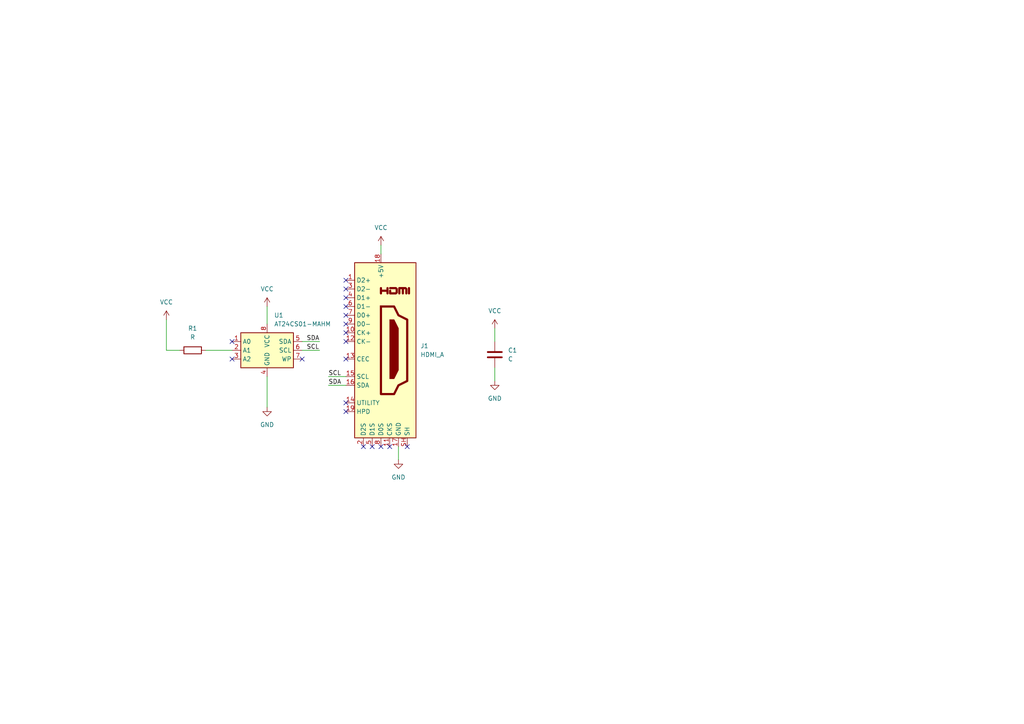
<source format=kicad_sch>
(kicad_sch (version 20211123) (generator eeschema)
  (paper "A4")
  (lib_symbols
    (symbol "Connector:HDMI_A"
      (property "Reference" "J" (at -6.35 26.67 0))
      (property "Value" "HDMI_A" (at 10.16 26.67 0))
      (symbol "HDMI_A_0_0"
        (polyline (pts (xy 8.128 16.51) (xy 8.128 18.034)) (stroke (width 0.635)))
        (polyline (pts (xy 0 16.51) (xy 0 18.034) (xy 0 17.272) (xy 1.905 17.272) (xy 1.905 18.034) (xy 1.905 16.51)) (stroke (width 0.635)))
        (polyline (pts (xy 2.667 18.034) (xy 4.318 18.034) (xy 4.572 17.78) (xy 4.572 16.764) (xy 4.318 16.51) (xy 2.667 16.51) (xy 2.667 17.272)) (stroke (width 0.635)))
      )
      (symbol "HDMI_A_0_1"
        (rectangle (start -7.62 25.4) (end 10.16 -25.4) (stroke (width 0.254)) (fill (type background)))
        (polyline (pts (xy 2.54 8.89) (xy 3.81 8.89) (xy 5.08 6.35) (xy 5.08 -5.715) (xy 3.81 -8.255) (xy 2.54 -8.255) (xy 2.54 8.89)) (fill (type outline)))
        (polyline (pts (xy 5.334 16.51) (xy 5.334 18.034) (xy 6.35 18.034) (xy 6.35 16.51) (xy 6.35 18.034) (xy 7.112 18.034) (xy 7.366 17.78) (xy 7.366 16.51)) (stroke (width 0.635)))
        (polyline (pts (xy 0 12.7) (xy 0 -12.7) (xy 3.81 -12.7) (xy 5.08 -10.16) (xy 7.62 -8.89) (xy 7.62 8.89) (xy 5.08 10.16) (xy 3.81 12.7) (xy 0 12.7)) (stroke (width 0.635)))
      )
      (symbol "HDMI_A_1_1"
        (pin passive line (at -10.16 20.32 0) (length 2.54) (name "D2+") (number "1"))
        (pin passive line (at -10.16 5.08 0) (length 2.54) (name "CK+") (number "10"))
        (pin power_in line (at 2.54 -27.94 90) (length 2.54) (name "CKS") (number "11"))
        (pin passive line (at -10.16 2.54 0) (length 2.54) (name "CK-") (number "12"))
        (pin bidirectional line (at -10.16 -2.54 0) (length 2.54) (name "CEC") (number "13"))
        (pin passive line (at -10.16 -15.24 0) (length 2.54) (name "UTILITY") (number "14"))
        (pin passive line (at -10.16 -7.62 0) (length 2.54) (name "SCL") (number "15"))
        (pin bidirectional line (at -10.16 -10.16 0) (length 2.54) (name "SDA") (number "16"))
        (pin power_in line (at 5.08 -27.94 90) (length 2.54) (name "GND") (number "17"))
        (pin power_in line (at 0 27.94 270) (length 2.54) (name "+5V") (number "18"))
        (pin passive line (at -10.16 -17.78 0) (length 2.54) (name "HPD") (number "19"))
        (pin power_in line (at -5.08 -27.94 90) (length 2.54) (name "D2S") (number "2"))
        (pin passive line (at -10.16 17.78 0) (length 2.54) (name "D2-") (number "3"))
        (pin passive line (at -10.16 15.24 0) (length 2.54) (name "D1+") (number "4"))
        (pin power_in line (at -2.54 -27.94 90) (length 2.54) (name "D1S") (number "5"))
        (pin passive line (at -10.16 12.7 0) (length 2.54) (name "D1-") (number "6"))
        (pin passive line (at -10.16 10.16 0) (length 2.54) (name "D0+") (number "7"))
        (pin power_in line (at 0 -27.94 90) (length 2.54) (name "D0S") (number "8"))
        (pin passive line (at -10.16 7.62 0) (length 2.54) (name "D0-") (number "9"))
        (pin passive line (at 7.62 -27.94 90) (length 2.54) (name "SH") (number "SH"))
      )
    )
    (symbol "Device:C" (pin_numbers hide) (pin_names (offset 0.254))
      (property "Reference" "C" (at 0.635 2.54 0))
      (property "Value" "C" (at 0.635 -2.54 0))
      (symbol "C_0_1"
        (polyline (pts (xy -2.032 -0.762) (xy 2.032 -0.762)) (stroke (width 0.508)))
        (polyline (pts (xy -2.032 0.762) (xy 2.032 0.762)) (stroke (width 0.508)))
      )
      (symbol "C_1_1"
        (pin passive line (at 0 3.81 270) (length 2.794) (name "~") (number "1"))
        (pin passive line (at 0 -3.81 90) (length 2.794) (name "~") (number "2"))
      )
    )
    (symbol "Device:R" (pin_numbers hide) (pin_names (offset 0))
      (property "Reference" "R" (at 2.032 0 90))
      (property "Value" "R" (at 0 0 90))
      (symbol "R_0_1"
        (rectangle (start -1.016 -2.54) (end 1.016 2.54) (stroke (width 0.254)))
      )
      (symbol "R_1_1"
        (pin passive line (at 0 3.81 270) (length 1.27) (name "~") (number "1"))
        (pin passive line (at 0 -3.81 90) (length 1.27) (name "~") (number "2"))
      )
    )
    (symbol "Memory_EEPROM:AT24CS01-MAHM"
      (property "Reference" "U" (at -7.62 6.35 0))
      (property "Value" "AT24CS01-MAHM" (at 2.54 -6.35 0))
      (symbol "AT24CS01-MAHM_1_1"
        (rectangle (start -7.62 5.08) (end 7.62 -5.08) (stroke (width 0.254)) (fill (type background)))
        (pin input line (at -10.16 2.54 0) (length 2.54) (name "A0") (number "1"))
        (pin input line (at -10.16 0 0) (length 2.54) (name "A1") (number "2"))
        (pin input line (at -10.16 -2.54 0) (length 2.54) (name "A2") (number "3"))
        (pin power_in line (at 0 -7.62 90) (length 2.54) (name "GND") (number "4"))
        (pin bidirectional line (at 10.16 2.54 180) (length 2.54) (name "SDA") (number "5"))
        (pin input line (at 10.16 0 180) (length 2.54) (name "SCL") (number "6"))
        (pin input line (at 10.16 -2.54 180) (length 2.54) (name "WP") (number "7"))
        (pin power_in line (at 0 7.62 270) (length 2.54) (name "VCC") (number "8"))
      )
    )
    (symbol "power:GND" (power) (pin_names (offset 0))
      (property "Value" "GND" (at 0 -3.81 0))
      (symbol "GND_0_1"
        (polyline (pts (xy 0 0) (xy 0 -1.27) (xy 1.27 -1.27) (xy 0 -2.54) (xy -1.27 -1.27) (xy 0 -1.27)))
      )
      (symbol "GND_1_1"
        (pin power_in line (at 0 0 270) (length 0) hide (name "GND") (number "1"))
      )
    )
    (symbol "power:VCC" (power) (pin_names (offset 0))
      (property "Value" "VCC" (at 0 3.81 0))
      (symbol "VCC_0_1"
        (polyline (pts (xy -0.762 1.27) (xy 0 2.54)))
        (polyline (pts (xy 0 0) (xy 0 2.54)))
        (polyline (pts (xy 0 2.54) (xy 0.762 1.27)))
      )
      (symbol "VCC_1_1"
        (pin power_in line (at 0 0 90) (length 0) hide (name "VCC") (number "1"))
      )
    )
  )
  (no_connect (at 105.41 129.54))
  (no_connect (at 107.95 129.54))
  (no_connect (at 110.49 129.54))
  (no_connect (at 113.03 129.54))
  (no_connect (at 118.11 129.54))
  (no_connect (at 100.33 96.52))
  (no_connect (at 100.33 99.06))
  (no_connect (at 100.33 104.14))
  (no_connect (at 100.33 81.28))
  (no_connect (at 100.33 83.82))
  (no_connect (at 100.33 86.36))
  (no_connect (at 100.33 88.9))
  (no_connect (at 100.33 91.44))
  (no_connect (at 100.33 93.98))
  (no_connect (at 100.33 116.84))
  (no_connect (at 100.33 119.38))
  (no_connect (at 67.31 99.06))
  (no_connect (at 67.31 104.14))
  (no_connect (at 87.63 104.14))
  (wire (pts (xy 143.51 106.68) (xy 143.51 110.49)))
  (wire (pts (xy 87.63 101.6) (xy 92.71 101.6)))
  (wire (pts (xy 115.57 129.54) (xy 115.57 133.35)))
  (wire (pts (xy 67.31 101.6) (xy 59.69 101.6)))
  (wire (pts (xy 77.47 88.9) (xy 77.47 93.98)))
  (wire (pts (xy 77.47 109.22) (xy 77.47 118.11)))
  (wire (pts (xy 95.25 109.22) (xy 100.33 109.22)))
  (wire (pts (xy 110.49 71.12) (xy 110.49 73.66)))
  (wire (pts (xy 95.25 111.76) (xy 100.33 111.76)))
  (wire (pts (xy 143.51 95.25) (xy 143.51 99.06)))
  (wire (pts (xy 87.63 99.06) (xy 92.71 99.06)))
  (wire (pts (xy 48.26 92.71) (xy 48.26 101.6)))
  (wire (pts (xy 52.07 101.6) (xy 48.26 101.6)))
  (label "SDA" (at 88.9 99.06 0))
  (label "SCL" (at 95.25 109.22 0))
  (label "SDA" (at 95.25 111.76 0))
  (label "SCL" (at 88.9 101.6 0))
  (symbol (lib_id "power:VCC") (at 48.26 92.71 0) (unit 1)
    (property "Reference" "#PWR01" (effects hide))
    (property "Value" "VCC" (at 48.26 87.63 0))
  )
  (symbol (lib_id "power:VCC") (at 143.51 95.25 0) (unit 1)
    (property "Reference" "#PWR06" (effects hide))
    (property "Value" "VCC" (at 143.51 90.17 0))
  )
  (symbol (lib_id "Memory_EEPROM:AT24CS01-MAHM") (at 77.47 101.6 0) (unit 1)
    (property "Reference" "U1" (at 79.4894 91.44 0) (effects (justify left)))
    (property "Value" "AT24CS01-MAHM" (at 79.4894 93.98 0) (effects (justify left)))
    (property "Footprint" "Package_SO:SOP-8_5.28x5.23mm_P1.27mm" (effects hide))
    (property "Datasheet" "http://ww1.microchip.com/downloads/en/DeviceDoc/Atmel-8815-SEEPROM-AT24CS01-02-Datasheet.pdf" (effects hide))
    (property "Footprint" "Package_SO:SOP-8_5.28x5.23mm_P1.27mm" (effects hide))
    (property "Reference" "U1" (effects hide))
    (property "Value" "AT24CS01-MAHM" (effects hide))
  )
  (symbol (lib_id "power:GND") (at 115.57 133.35 0) (unit 1)
    (property "Reference" "#PWR05" (effects hide))
    (property "Value" "GND" (at 115.57 138.43 0))
  )
  (symbol (lib_id "Device:R") (at 55.88 101.6 90) (unit 1)
    (property "Reference" "R1" (at 55.88 95.25 90))
    (property "Value" "R" (at 55.88 97.79 90))
    (property "Footprint" "Resistor_SMD:R_0805_2012Metric" (effects hide))
    (property "Reference" "R1" (effects hide))
    (property "Value" "R" (effects hide))
  )
  (symbol (lib_id "power:VCC") (at 77.47 88.9 0) (unit 1)
    (property "Reference" "#PWR02" (effects hide))
    (property "Value" "VCC" (at 77.47 83.82 0))
  )
  (symbol (lib_id "Device:C") (at 143.51 102.87 0) (unit 1)
    (property "Reference" "C1" (at 147.32 101.5999 0) (effects (justify left)))
    (property "Value" "C" (at 147.32 104.1399 0) (effects (justify left)))
    (property "Footprint" "Capacitor_SMD:C_0805_2012Metric" (effects hide))
    (property "Reference" "C1" (effects hide))
    (property "Value" "C" (effects hide))
  )
  (symbol (lib_id "Connector:HDMI_A") (at 110.49 101.6 0) (unit 1)
    (property "Reference" "J1" (at 121.92 100.3299 0) (effects (justify left)))
    (property "Value" "HDMI_A" (at 121.92 102.8699 0) (effects (justify left)))
    (property "Footprint" "Connector_HDMI:HDMI_A_Contact_Technology_HDMI-19APL2_Horizontal" (effects hide))
    (property "Datasheet" "https://en.wikipedia.org/wiki/HDMI" (effects hide))
  )
  (symbol (lib_id "power:VCC") (at 110.49 71.12 0) (unit 1)
    (property "Reference" "#PWR04" (effects hide))
    (property "Value" "VCC" (at 110.49 66.04 0))
  )
  (symbol (lib_id "power:GND") (at 143.51 110.49 0) (unit 1)
    (property "Reference" "#PWR07" (effects hide))
    (property "Value" "GND" (at 143.51 115.57 0))
  )
  (symbol (lib_id "power:GND") (at 77.47 118.11 0) (unit 1)
    (property "Reference" "#PWR03" (effects hide))
    (property "Value" "GND" (at 77.47 123.19 0))
  )
)
</source>
